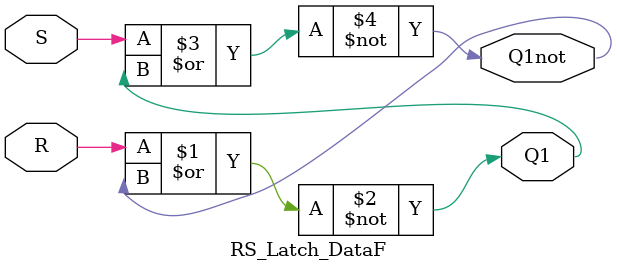
<source format=v>
module RS_Latch_DataF (
input R,
input S,
output Q1,
output Q1not
);

assign Q1 = ~ (R | Q1not); 
assign Q1not = ~ (S | Q1); 

endmodule
</source>
